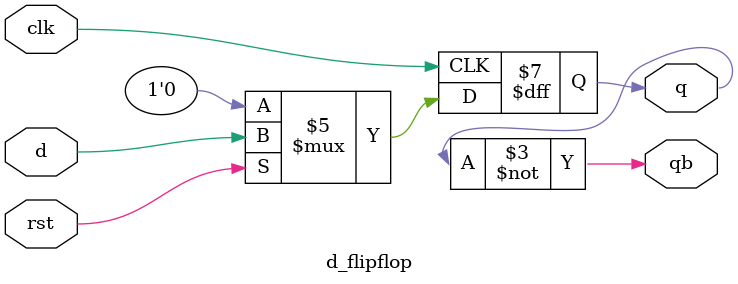
<source format=v>
module d_flipflop(d,clk,rst,q,qb);

input d,clk,rst;
output reg q;
output qb;

always @(posedge clk)
begin

if(~rst) begin
	q<=1'b0;
end

else begin
q<=d;
end

end

assign qb=~q;

endmodule

</source>
